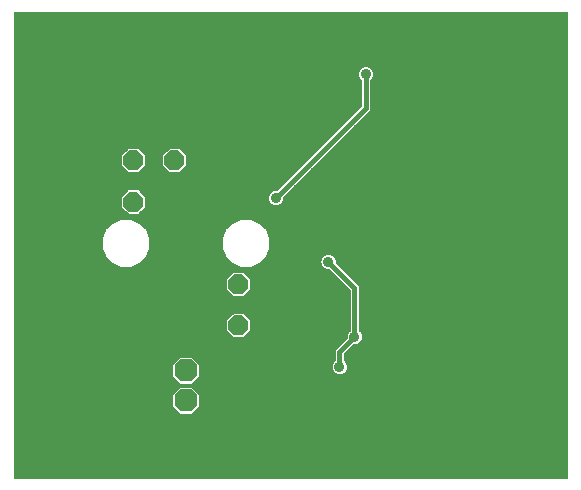
<source format=gbl>
G75*
%MOIN*%
%OFA0B0*%
%FSLAX25Y25*%
%IPPOS*%
%LPD*%
%AMOC8*
5,1,8,0,0,1.08239X$1,22.5*
%
%ADD10OC8,0.06600*%
%ADD11OC8,0.07600*%
%ADD12C,0.00300*%
%ADD13C,0.03565*%
%ADD14C,0.01600*%
D10*
X0126600Y0059833D03*
X0140350Y0059833D03*
X0140350Y0073583D03*
X0105350Y0101083D03*
X0105350Y0114833D03*
X0119100Y0114833D03*
D11*
X0122850Y0044833D03*
X0122850Y0034833D03*
X0122850Y0024833D03*
D12*
X0065750Y0008983D02*
X0065750Y0164384D01*
X0249871Y0164384D01*
X0249871Y0008983D01*
X0065750Y0008983D01*
X0065750Y0009124D02*
X0249871Y0009124D01*
X0249871Y0009423D02*
X0065750Y0009423D01*
X0065750Y0009721D02*
X0249871Y0009721D01*
X0249871Y0010020D02*
X0065750Y0010020D01*
X0065750Y0010318D02*
X0249871Y0010318D01*
X0249871Y0010617D02*
X0065750Y0010617D01*
X0065750Y0010915D02*
X0249871Y0010915D01*
X0249871Y0011214D02*
X0065750Y0011214D01*
X0065750Y0011512D02*
X0249871Y0011512D01*
X0249871Y0011811D02*
X0065750Y0011811D01*
X0065750Y0012109D02*
X0249871Y0012109D01*
X0249871Y0012408D02*
X0065750Y0012408D01*
X0065750Y0012706D02*
X0249871Y0012706D01*
X0249871Y0013005D02*
X0065750Y0013005D01*
X0065750Y0013303D02*
X0249871Y0013303D01*
X0249871Y0013602D02*
X0065750Y0013602D01*
X0065750Y0013900D02*
X0249871Y0013900D01*
X0249871Y0014199D02*
X0065750Y0014199D01*
X0065750Y0014497D02*
X0249871Y0014497D01*
X0249871Y0014796D02*
X0065750Y0014796D01*
X0065750Y0015094D02*
X0249871Y0015094D01*
X0249871Y0015393D02*
X0065750Y0015393D01*
X0065750Y0015692D02*
X0249871Y0015692D01*
X0249871Y0015990D02*
X0065750Y0015990D01*
X0065750Y0016289D02*
X0249871Y0016289D01*
X0249871Y0016587D02*
X0065750Y0016587D01*
X0065750Y0016886D02*
X0249871Y0016886D01*
X0249871Y0017184D02*
X0065750Y0017184D01*
X0065750Y0017483D02*
X0249871Y0017483D01*
X0249871Y0017781D02*
X0065750Y0017781D01*
X0065750Y0018080D02*
X0249871Y0018080D01*
X0249871Y0018378D02*
X0065750Y0018378D01*
X0065750Y0018677D02*
X0249871Y0018677D01*
X0249871Y0018975D02*
X0065750Y0018975D01*
X0065750Y0019274D02*
X0249871Y0019274D01*
X0249871Y0019572D02*
X0065750Y0019572D01*
X0065750Y0019871D02*
X0249871Y0019871D01*
X0249871Y0020169D02*
X0065750Y0020169D01*
X0065750Y0020468D02*
X0249871Y0020468D01*
X0249871Y0020766D02*
X0065750Y0020766D01*
X0065750Y0021065D02*
X0249871Y0021065D01*
X0249871Y0021363D02*
X0065750Y0021363D01*
X0065750Y0021662D02*
X0249871Y0021662D01*
X0249871Y0021960D02*
X0065750Y0021960D01*
X0065750Y0022259D02*
X0249871Y0022259D01*
X0249871Y0022557D02*
X0065750Y0022557D01*
X0065750Y0022856D02*
X0249871Y0022856D01*
X0249871Y0023154D02*
X0065750Y0023154D01*
X0065750Y0023453D02*
X0249871Y0023453D01*
X0249871Y0023751D02*
X0065750Y0023751D01*
X0065750Y0024050D02*
X0249871Y0024050D01*
X0249871Y0024348D02*
X0065750Y0024348D01*
X0065750Y0024647D02*
X0249871Y0024647D01*
X0249871Y0024945D02*
X0065750Y0024945D01*
X0065750Y0025244D02*
X0249871Y0025244D01*
X0249871Y0025542D02*
X0065750Y0025542D01*
X0065750Y0025841D02*
X0249871Y0025841D01*
X0249871Y0026139D02*
X0065750Y0026139D01*
X0065750Y0026438D02*
X0249871Y0026438D01*
X0249871Y0026736D02*
X0065750Y0026736D01*
X0065750Y0027035D02*
X0249871Y0027035D01*
X0249871Y0027333D02*
X0065750Y0027333D01*
X0065750Y0027632D02*
X0249871Y0027632D01*
X0249871Y0027930D02*
X0065750Y0027930D01*
X0065750Y0028229D02*
X0249871Y0028229D01*
X0249871Y0028527D02*
X0065750Y0028527D01*
X0065750Y0028826D02*
X0249871Y0028826D01*
X0249871Y0029125D02*
X0065750Y0029125D01*
X0065750Y0029423D02*
X0249871Y0029423D01*
X0249871Y0029722D02*
X0065750Y0029722D01*
X0065750Y0030020D02*
X0249871Y0030020D01*
X0249871Y0030319D02*
X0124770Y0030319D01*
X0124735Y0030283D02*
X0127400Y0032949D01*
X0127400Y0036718D01*
X0124735Y0039383D01*
X0120965Y0039383D01*
X0118300Y0036718D01*
X0118300Y0032949D01*
X0120965Y0030283D01*
X0124735Y0030283D01*
X0125069Y0030617D02*
X0249871Y0030617D01*
X0249871Y0030916D02*
X0125367Y0030916D01*
X0125666Y0031214D02*
X0249871Y0031214D01*
X0249871Y0031513D02*
X0125964Y0031513D01*
X0126263Y0031811D02*
X0249871Y0031811D01*
X0249871Y0032110D02*
X0126561Y0032110D01*
X0126860Y0032408D02*
X0249871Y0032408D01*
X0249871Y0032707D02*
X0127158Y0032707D01*
X0127400Y0033005D02*
X0249871Y0033005D01*
X0249871Y0033304D02*
X0127400Y0033304D01*
X0127400Y0033602D02*
X0249871Y0033602D01*
X0249871Y0033901D02*
X0127400Y0033901D01*
X0127400Y0034199D02*
X0249871Y0034199D01*
X0249871Y0034498D02*
X0127400Y0034498D01*
X0127400Y0034796D02*
X0249871Y0034796D01*
X0249871Y0035095D02*
X0127400Y0035095D01*
X0127400Y0035393D02*
X0249871Y0035393D01*
X0249871Y0035692D02*
X0127400Y0035692D01*
X0127400Y0035990D02*
X0249871Y0035990D01*
X0249871Y0036289D02*
X0127400Y0036289D01*
X0127400Y0036587D02*
X0249871Y0036587D01*
X0249871Y0036886D02*
X0127232Y0036886D01*
X0126934Y0037184D02*
X0249871Y0037184D01*
X0249871Y0037483D02*
X0126635Y0037483D01*
X0126336Y0037781D02*
X0249871Y0037781D01*
X0249871Y0038080D02*
X0126038Y0038080D01*
X0125739Y0038378D02*
X0249871Y0038378D01*
X0249871Y0038677D02*
X0125441Y0038677D01*
X0125142Y0038975D02*
X0249871Y0038975D01*
X0249871Y0039274D02*
X0124844Y0039274D01*
X0124735Y0040283D02*
X0127400Y0042949D01*
X0127400Y0046718D01*
X0124735Y0049383D01*
X0120965Y0049383D01*
X0118300Y0046718D01*
X0118300Y0042949D01*
X0120965Y0040283D01*
X0124735Y0040283D01*
X0124919Y0040468D02*
X0249871Y0040468D01*
X0249871Y0040766D02*
X0125218Y0040766D01*
X0125516Y0041065D02*
X0249871Y0041065D01*
X0249871Y0041363D02*
X0125815Y0041363D01*
X0126113Y0041662D02*
X0249871Y0041662D01*
X0249871Y0041961D02*
X0126412Y0041961D01*
X0126710Y0042259D02*
X0249871Y0042259D01*
X0249871Y0042558D02*
X0127009Y0042558D01*
X0127308Y0042856D02*
X0249871Y0042856D01*
X0249871Y0043155D02*
X0127400Y0043155D01*
X0127400Y0043453D02*
X0249871Y0043453D01*
X0249871Y0043752D02*
X0175089Y0043752D01*
X0175535Y0043936D02*
X0176247Y0044649D01*
X0176633Y0045579D01*
X0176633Y0046587D01*
X0176247Y0047518D01*
X0175650Y0048115D01*
X0175650Y0050441D01*
X0178759Y0053551D01*
X0179604Y0053551D01*
X0180535Y0053936D01*
X0181247Y0054649D01*
X0181633Y0055579D01*
X0181633Y0056587D01*
X0181247Y0057518D01*
X0180650Y0058115D01*
X0180650Y0072975D01*
X0179742Y0073883D01*
X0172883Y0080743D01*
X0172883Y0081587D01*
X0172497Y0082518D01*
X0171785Y0083230D01*
X0170854Y0083616D01*
X0169846Y0083616D01*
X0168915Y0083230D01*
X0168203Y0082518D01*
X0167817Y0081587D01*
X0167817Y0080579D01*
X0168203Y0079649D01*
X0168915Y0078936D01*
X0169846Y0078551D01*
X0170691Y0078551D01*
X0177550Y0071691D01*
X0177550Y0058115D01*
X0176953Y0057518D01*
X0176567Y0056587D01*
X0176567Y0055743D01*
X0172550Y0051725D01*
X0172550Y0048115D01*
X0171953Y0047518D01*
X0171567Y0046587D01*
X0171567Y0045579D01*
X0171953Y0044649D01*
X0172665Y0043936D01*
X0173596Y0043551D01*
X0174604Y0043551D01*
X0175535Y0043936D01*
X0175649Y0044050D02*
X0249871Y0044050D01*
X0249871Y0044349D02*
X0175947Y0044349D01*
X0176246Y0044647D02*
X0249871Y0044647D01*
X0249871Y0044946D02*
X0176370Y0044946D01*
X0176494Y0045244D02*
X0249871Y0045244D01*
X0249871Y0045543D02*
X0176617Y0045543D01*
X0176633Y0045841D02*
X0249871Y0045841D01*
X0249871Y0046140D02*
X0176633Y0046140D01*
X0176633Y0046438D02*
X0249871Y0046438D01*
X0249871Y0046737D02*
X0176571Y0046737D01*
X0176447Y0047035D02*
X0249871Y0047035D01*
X0249871Y0047334D02*
X0176323Y0047334D01*
X0176133Y0047632D02*
X0249871Y0047632D01*
X0249871Y0047931D02*
X0175834Y0047931D01*
X0175650Y0048229D02*
X0249871Y0048229D01*
X0249871Y0048528D02*
X0175650Y0048528D01*
X0175650Y0048826D02*
X0249871Y0048826D01*
X0249871Y0049125D02*
X0175650Y0049125D01*
X0175650Y0049423D02*
X0249871Y0049423D01*
X0249871Y0049722D02*
X0175650Y0049722D01*
X0175650Y0050020D02*
X0249871Y0050020D01*
X0249871Y0050319D02*
X0175650Y0050319D01*
X0175826Y0050617D02*
X0249871Y0050617D01*
X0249871Y0050916D02*
X0176125Y0050916D01*
X0176423Y0051214D02*
X0249871Y0051214D01*
X0249871Y0051513D02*
X0176722Y0051513D01*
X0177020Y0051811D02*
X0249871Y0051811D01*
X0249871Y0052110D02*
X0177319Y0052110D01*
X0177617Y0052408D02*
X0249871Y0052408D01*
X0249871Y0052707D02*
X0177916Y0052707D01*
X0178214Y0053005D02*
X0249871Y0053005D01*
X0249871Y0053304D02*
X0178513Y0053304D01*
X0179729Y0053602D02*
X0249871Y0053602D01*
X0249871Y0053901D02*
X0180450Y0053901D01*
X0180798Y0054199D02*
X0249871Y0054199D01*
X0249871Y0054498D02*
X0181097Y0054498D01*
X0181308Y0054796D02*
X0249871Y0054796D01*
X0249871Y0055095D02*
X0181432Y0055095D01*
X0181556Y0055394D02*
X0249871Y0055394D01*
X0249871Y0055692D02*
X0181633Y0055692D01*
X0181633Y0055991D02*
X0249871Y0055991D01*
X0249871Y0056289D02*
X0181633Y0056289D01*
X0181632Y0056588D02*
X0249871Y0056588D01*
X0249871Y0056886D02*
X0181509Y0056886D01*
X0181385Y0057185D02*
X0249871Y0057185D01*
X0249871Y0057483D02*
X0181261Y0057483D01*
X0180983Y0057782D02*
X0249871Y0057782D01*
X0249871Y0058080D02*
X0180685Y0058080D01*
X0180650Y0058379D02*
X0249871Y0058379D01*
X0249871Y0058677D02*
X0180650Y0058677D01*
X0180650Y0058976D02*
X0249871Y0058976D01*
X0249871Y0059274D02*
X0180650Y0059274D01*
X0180650Y0059573D02*
X0249871Y0059573D01*
X0249871Y0059871D02*
X0180650Y0059871D01*
X0180650Y0060170D02*
X0249871Y0060170D01*
X0249871Y0060468D02*
X0180650Y0060468D01*
X0180650Y0060767D02*
X0249871Y0060767D01*
X0249871Y0061065D02*
X0180650Y0061065D01*
X0180650Y0061364D02*
X0249871Y0061364D01*
X0249871Y0061662D02*
X0180650Y0061662D01*
X0180650Y0061961D02*
X0249871Y0061961D01*
X0249871Y0062259D02*
X0180650Y0062259D01*
X0180650Y0062558D02*
X0249871Y0062558D01*
X0249871Y0062856D02*
X0180650Y0062856D01*
X0180650Y0063155D02*
X0249871Y0063155D01*
X0249871Y0063453D02*
X0180650Y0063453D01*
X0180650Y0063752D02*
X0249871Y0063752D01*
X0249871Y0064050D02*
X0180650Y0064050D01*
X0180650Y0064349D02*
X0249871Y0064349D01*
X0249871Y0064647D02*
X0180650Y0064647D01*
X0180650Y0064946D02*
X0249871Y0064946D01*
X0249871Y0065244D02*
X0180650Y0065244D01*
X0180650Y0065543D02*
X0249871Y0065543D01*
X0249871Y0065841D02*
X0180650Y0065841D01*
X0180650Y0066140D02*
X0249871Y0066140D01*
X0249871Y0066438D02*
X0180650Y0066438D01*
X0180650Y0066737D02*
X0249871Y0066737D01*
X0249871Y0067035D02*
X0180650Y0067035D01*
X0180650Y0067334D02*
X0249871Y0067334D01*
X0249871Y0067632D02*
X0180650Y0067632D01*
X0180650Y0067931D02*
X0249871Y0067931D01*
X0249871Y0068230D02*
X0180650Y0068230D01*
X0180650Y0068528D02*
X0249871Y0068528D01*
X0249871Y0068827D02*
X0180650Y0068827D01*
X0180650Y0069125D02*
X0249871Y0069125D01*
X0249871Y0069424D02*
X0180650Y0069424D01*
X0180650Y0069722D02*
X0249871Y0069722D01*
X0249871Y0070021D02*
X0180650Y0070021D01*
X0180650Y0070319D02*
X0249871Y0070319D01*
X0249871Y0070618D02*
X0180650Y0070618D01*
X0180650Y0070916D02*
X0249871Y0070916D01*
X0249871Y0071215D02*
X0180650Y0071215D01*
X0180650Y0071513D02*
X0249871Y0071513D01*
X0249871Y0071812D02*
X0180650Y0071812D01*
X0180650Y0072110D02*
X0249871Y0072110D01*
X0249871Y0072409D02*
X0180650Y0072409D01*
X0180650Y0072707D02*
X0249871Y0072707D01*
X0249871Y0073006D02*
X0180620Y0073006D01*
X0180321Y0073304D02*
X0249871Y0073304D01*
X0249871Y0073603D02*
X0180023Y0073603D01*
X0179724Y0073901D02*
X0249871Y0073901D01*
X0249871Y0074200D02*
X0179425Y0074200D01*
X0179127Y0074498D02*
X0249871Y0074498D01*
X0249871Y0074797D02*
X0178828Y0074797D01*
X0178530Y0075095D02*
X0249871Y0075095D01*
X0249871Y0075394D02*
X0178231Y0075394D01*
X0177933Y0075692D02*
X0249871Y0075692D01*
X0249871Y0075991D02*
X0177634Y0075991D01*
X0177336Y0076289D02*
X0249871Y0076289D01*
X0249871Y0076588D02*
X0177037Y0076588D01*
X0176739Y0076886D02*
X0249871Y0076886D01*
X0249871Y0077185D02*
X0176440Y0077185D01*
X0176142Y0077483D02*
X0249871Y0077483D01*
X0249871Y0077782D02*
X0175843Y0077782D01*
X0175545Y0078080D02*
X0249871Y0078080D01*
X0249871Y0078379D02*
X0175246Y0078379D01*
X0174948Y0078677D02*
X0249871Y0078677D01*
X0249871Y0078976D02*
X0174649Y0078976D01*
X0174351Y0079274D02*
X0249871Y0079274D01*
X0249871Y0079573D02*
X0174052Y0079573D01*
X0173754Y0079871D02*
X0249871Y0079871D01*
X0249871Y0080170D02*
X0173455Y0080170D01*
X0173157Y0080468D02*
X0249871Y0080468D01*
X0249871Y0080767D02*
X0172883Y0080767D01*
X0172883Y0081065D02*
X0249871Y0081065D01*
X0249871Y0081364D02*
X0172883Y0081364D01*
X0172851Y0081663D02*
X0249871Y0081663D01*
X0249871Y0081961D02*
X0172728Y0081961D01*
X0172604Y0082260D02*
X0249871Y0082260D01*
X0249871Y0082558D02*
X0172457Y0082558D01*
X0172158Y0082857D02*
X0249871Y0082857D01*
X0249871Y0083155D02*
X0171860Y0083155D01*
X0171246Y0083454D02*
X0249871Y0083454D01*
X0249871Y0083752D02*
X0149971Y0083752D01*
X0149847Y0083454D02*
X0169454Y0083454D01*
X0168840Y0083155D02*
X0149724Y0083155D01*
X0149600Y0082857D02*
X0168542Y0082857D01*
X0168243Y0082558D02*
X0149317Y0082558D01*
X0149589Y0082830D02*
X0150799Y0085752D01*
X0150799Y0088914D01*
X0149589Y0091836D01*
X0147353Y0094072D01*
X0144431Y0095282D01*
X0141269Y0095282D01*
X0138347Y0094072D01*
X0136111Y0091836D01*
X0134901Y0088914D01*
X0134901Y0085752D01*
X0136111Y0082830D01*
X0138347Y0080594D01*
X0141269Y0079384D01*
X0144431Y0079384D01*
X0147353Y0080594D01*
X0149589Y0082830D01*
X0149018Y0082260D02*
X0168096Y0082260D01*
X0167972Y0081961D02*
X0148720Y0081961D01*
X0148421Y0081663D02*
X0167849Y0081663D01*
X0167817Y0081364D02*
X0148123Y0081364D01*
X0147824Y0081065D02*
X0167817Y0081065D01*
X0167817Y0080767D02*
X0147526Y0080767D01*
X0147049Y0080468D02*
X0167863Y0080468D01*
X0167987Y0080170D02*
X0146329Y0080170D01*
X0145608Y0079871D02*
X0168111Y0079871D01*
X0168279Y0079573D02*
X0144887Y0079573D01*
X0142177Y0077483D02*
X0171758Y0077483D01*
X0172056Y0077185D02*
X0142476Y0077185D01*
X0142774Y0076886D02*
X0172355Y0076886D01*
X0172653Y0076588D02*
X0143073Y0076588D01*
X0143371Y0076289D02*
X0172952Y0076289D01*
X0173250Y0075991D02*
X0143670Y0075991D01*
X0143968Y0075692D02*
X0173549Y0075692D01*
X0173847Y0075394D02*
X0144267Y0075394D01*
X0144400Y0075261D02*
X0142028Y0077633D01*
X0138672Y0077633D01*
X0136300Y0075261D01*
X0136300Y0071906D01*
X0138672Y0069533D01*
X0142028Y0069533D01*
X0144400Y0071906D01*
X0144400Y0075261D01*
X0144400Y0075095D02*
X0174146Y0075095D01*
X0174444Y0074797D02*
X0144400Y0074797D01*
X0144400Y0074498D02*
X0174743Y0074498D01*
X0175041Y0074200D02*
X0144400Y0074200D01*
X0144400Y0073901D02*
X0175340Y0073901D01*
X0175638Y0073603D02*
X0144400Y0073603D01*
X0144400Y0073304D02*
X0175937Y0073304D01*
X0176235Y0073006D02*
X0144400Y0073006D01*
X0144400Y0072707D02*
X0176534Y0072707D01*
X0176832Y0072409D02*
X0144400Y0072409D01*
X0144400Y0072110D02*
X0177131Y0072110D01*
X0177430Y0071812D02*
X0144306Y0071812D01*
X0144007Y0071513D02*
X0177550Y0071513D01*
X0177550Y0071215D02*
X0143709Y0071215D01*
X0143410Y0070916D02*
X0177550Y0070916D01*
X0177550Y0070618D02*
X0143112Y0070618D01*
X0142813Y0070319D02*
X0177550Y0070319D01*
X0177550Y0070021D02*
X0142515Y0070021D01*
X0142216Y0069722D02*
X0177550Y0069722D01*
X0177550Y0069424D02*
X0065750Y0069424D01*
X0065750Y0069722D02*
X0138484Y0069722D01*
X0138185Y0070021D02*
X0065750Y0070021D01*
X0065750Y0070319D02*
X0137887Y0070319D01*
X0137588Y0070618D02*
X0065750Y0070618D01*
X0065750Y0070916D02*
X0137290Y0070916D01*
X0136991Y0071215D02*
X0065750Y0071215D01*
X0065750Y0071513D02*
X0136692Y0071513D01*
X0136394Y0071812D02*
X0065750Y0071812D01*
X0065750Y0072110D02*
X0136300Y0072110D01*
X0136300Y0072409D02*
X0065750Y0072409D01*
X0065750Y0072707D02*
X0136300Y0072707D01*
X0136300Y0073006D02*
X0065750Y0073006D01*
X0065750Y0073304D02*
X0136300Y0073304D01*
X0136300Y0073603D02*
X0065750Y0073603D01*
X0065750Y0073901D02*
X0136300Y0073901D01*
X0136300Y0074200D02*
X0065750Y0074200D01*
X0065750Y0074498D02*
X0136300Y0074498D01*
X0136300Y0074797D02*
X0065750Y0074797D01*
X0065750Y0075095D02*
X0136300Y0075095D01*
X0136433Y0075394D02*
X0065750Y0075394D01*
X0065750Y0075692D02*
X0136732Y0075692D01*
X0137030Y0075991D02*
X0065750Y0075991D01*
X0065750Y0076289D02*
X0137329Y0076289D01*
X0137627Y0076588D02*
X0065750Y0076588D01*
X0065750Y0076886D02*
X0137926Y0076886D01*
X0138224Y0077185D02*
X0065750Y0077185D01*
X0065750Y0077483D02*
X0138523Y0077483D01*
X0139371Y0080170D02*
X0106329Y0080170D01*
X0107049Y0080468D02*
X0138651Y0080468D01*
X0138174Y0080767D02*
X0107526Y0080767D01*
X0107353Y0080594D02*
X0109589Y0082830D01*
X0110799Y0085752D01*
X0110799Y0088914D01*
X0109589Y0091836D01*
X0107353Y0094072D01*
X0104431Y0095282D01*
X0101269Y0095282D01*
X0098347Y0094072D01*
X0096111Y0091836D01*
X0094901Y0088914D01*
X0094901Y0085752D01*
X0096111Y0082830D01*
X0098347Y0080594D01*
X0101269Y0079384D01*
X0104431Y0079384D01*
X0107353Y0080594D01*
X0107824Y0081065D02*
X0137876Y0081065D01*
X0137577Y0081364D02*
X0108123Y0081364D01*
X0108421Y0081663D02*
X0137279Y0081663D01*
X0136980Y0081961D02*
X0108720Y0081961D01*
X0109018Y0082260D02*
X0136682Y0082260D01*
X0136383Y0082558D02*
X0109317Y0082558D01*
X0109600Y0082857D02*
X0136100Y0082857D01*
X0135976Y0083155D02*
X0109724Y0083155D01*
X0109847Y0083454D02*
X0135853Y0083454D01*
X0135729Y0083752D02*
X0109971Y0083752D01*
X0110094Y0084051D02*
X0135606Y0084051D01*
X0135482Y0084349D02*
X0110218Y0084349D01*
X0110342Y0084648D02*
X0135358Y0084648D01*
X0135235Y0084946D02*
X0110465Y0084946D01*
X0110589Y0085245D02*
X0135111Y0085245D01*
X0134987Y0085543D02*
X0110713Y0085543D01*
X0110799Y0085842D02*
X0134901Y0085842D01*
X0134901Y0086140D02*
X0110799Y0086140D01*
X0110799Y0086439D02*
X0134901Y0086439D01*
X0134901Y0086737D02*
X0110799Y0086737D01*
X0110799Y0087036D02*
X0134901Y0087036D01*
X0134901Y0087334D02*
X0110799Y0087334D01*
X0110799Y0087633D02*
X0134901Y0087633D01*
X0134901Y0087931D02*
X0110799Y0087931D01*
X0110799Y0088230D02*
X0134901Y0088230D01*
X0134901Y0088528D02*
X0110799Y0088528D01*
X0110799Y0088827D02*
X0134901Y0088827D01*
X0134988Y0089125D02*
X0110712Y0089125D01*
X0110588Y0089424D02*
X0135112Y0089424D01*
X0135235Y0089722D02*
X0110465Y0089722D01*
X0110341Y0090021D02*
X0135359Y0090021D01*
X0135483Y0090319D02*
X0110217Y0090319D01*
X0110094Y0090618D02*
X0135606Y0090618D01*
X0135730Y0090916D02*
X0109970Y0090916D01*
X0109846Y0091215D02*
X0135854Y0091215D01*
X0135977Y0091513D02*
X0109723Y0091513D01*
X0109599Y0091812D02*
X0136101Y0091812D01*
X0136385Y0092110D02*
X0109315Y0092110D01*
X0109016Y0092409D02*
X0136684Y0092409D01*
X0136982Y0092707D02*
X0108718Y0092707D01*
X0108419Y0093006D02*
X0137281Y0093006D01*
X0137579Y0093304D02*
X0108121Y0093304D01*
X0107822Y0093603D02*
X0137878Y0093603D01*
X0138176Y0093901D02*
X0107524Y0093901D01*
X0107044Y0094200D02*
X0138656Y0094200D01*
X0139376Y0094498D02*
X0106324Y0094498D01*
X0105603Y0094797D02*
X0140097Y0094797D01*
X0140818Y0095096D02*
X0104882Y0095096D01*
X0103672Y0097033D02*
X0107028Y0097033D01*
X0109400Y0099406D01*
X0109400Y0102761D01*
X0107028Y0105133D01*
X0103672Y0105133D01*
X0101300Y0102761D01*
X0101300Y0099406D01*
X0103672Y0097033D01*
X0103521Y0097185D02*
X0065750Y0097185D01*
X0065750Y0096887D02*
X0249871Y0096887D01*
X0249871Y0097185D02*
X0107179Y0097185D01*
X0107478Y0097484D02*
X0249871Y0097484D01*
X0249871Y0097782D02*
X0107776Y0097782D01*
X0108075Y0098081D02*
X0249871Y0098081D01*
X0249871Y0098379D02*
X0108374Y0098379D01*
X0108672Y0098678D02*
X0249871Y0098678D01*
X0249871Y0098976D02*
X0108971Y0098976D01*
X0109269Y0099275D02*
X0249871Y0099275D01*
X0249871Y0099573D02*
X0109400Y0099573D01*
X0109400Y0099872D02*
X0152174Y0099872D01*
X0152346Y0099801D02*
X0153354Y0099801D01*
X0154285Y0100186D01*
X0154997Y0100899D01*
X0155383Y0101829D01*
X0155383Y0102674D01*
X0183492Y0130783D01*
X0184400Y0131691D01*
X0184400Y0141551D01*
X0184997Y0142149D01*
X0185383Y0143079D01*
X0185383Y0144087D01*
X0184997Y0145018D01*
X0184285Y0145730D01*
X0183354Y0146116D01*
X0182346Y0146116D01*
X0181415Y0145730D01*
X0180703Y0145018D01*
X0180317Y0144087D01*
X0180317Y0143079D01*
X0180703Y0142149D01*
X0181300Y0141551D01*
X0181300Y0132975D01*
X0153191Y0104866D01*
X0152346Y0104866D01*
X0151415Y0104480D01*
X0150703Y0103768D01*
X0150317Y0102837D01*
X0150317Y0101829D01*
X0150703Y0100899D01*
X0151415Y0100186D01*
X0152346Y0099801D01*
X0151454Y0100170D02*
X0109400Y0100170D01*
X0109400Y0100469D02*
X0151133Y0100469D01*
X0150834Y0100767D02*
X0109400Y0100767D01*
X0109400Y0101066D02*
X0150634Y0101066D01*
X0150510Y0101364D02*
X0109400Y0101364D01*
X0109400Y0101663D02*
X0150386Y0101663D01*
X0150317Y0101961D02*
X0109400Y0101961D01*
X0109400Y0102260D02*
X0150317Y0102260D01*
X0150317Y0102558D02*
X0109400Y0102558D01*
X0109304Y0102857D02*
X0150326Y0102857D01*
X0150449Y0103155D02*
X0109005Y0103155D01*
X0108707Y0103454D02*
X0150573Y0103454D01*
X0150696Y0103752D02*
X0108408Y0103752D01*
X0108110Y0104051D02*
X0150986Y0104051D01*
X0151284Y0104349D02*
X0107811Y0104349D01*
X0107513Y0104648D02*
X0151820Y0104648D01*
X0153271Y0104946D02*
X0107214Y0104946D01*
X0103486Y0104946D02*
X0065750Y0104946D01*
X0065750Y0104648D02*
X0103187Y0104648D01*
X0102889Y0104349D02*
X0065750Y0104349D01*
X0065750Y0104051D02*
X0102590Y0104051D01*
X0102292Y0103752D02*
X0065750Y0103752D01*
X0065750Y0103454D02*
X0101993Y0103454D01*
X0101695Y0103155D02*
X0065750Y0103155D01*
X0065750Y0102857D02*
X0101396Y0102857D01*
X0101300Y0102558D02*
X0065750Y0102558D01*
X0065750Y0102260D02*
X0101300Y0102260D01*
X0101300Y0101961D02*
X0065750Y0101961D01*
X0065750Y0101663D02*
X0101300Y0101663D01*
X0101300Y0101364D02*
X0065750Y0101364D01*
X0065750Y0101066D02*
X0101300Y0101066D01*
X0101300Y0100767D02*
X0065750Y0100767D01*
X0065750Y0100469D02*
X0101300Y0100469D01*
X0101300Y0100170D02*
X0065750Y0100170D01*
X0065750Y0099872D02*
X0101300Y0099872D01*
X0101300Y0099573D02*
X0065750Y0099573D01*
X0065750Y0099275D02*
X0101431Y0099275D01*
X0101729Y0098976D02*
X0065750Y0098976D01*
X0065750Y0098678D02*
X0102028Y0098678D01*
X0102326Y0098379D02*
X0065750Y0098379D01*
X0065750Y0098081D02*
X0102625Y0098081D01*
X0102923Y0097782D02*
X0065750Y0097782D01*
X0065750Y0097484D02*
X0103222Y0097484D01*
X0100818Y0095096D02*
X0065750Y0095096D01*
X0065750Y0095394D02*
X0249871Y0095394D01*
X0249871Y0095096D02*
X0144882Y0095096D01*
X0145603Y0094797D02*
X0249871Y0094797D01*
X0249871Y0094498D02*
X0146324Y0094498D01*
X0147044Y0094200D02*
X0249871Y0094200D01*
X0249871Y0093901D02*
X0147524Y0093901D01*
X0147822Y0093603D02*
X0249871Y0093603D01*
X0249871Y0093304D02*
X0148121Y0093304D01*
X0148419Y0093006D02*
X0249871Y0093006D01*
X0249871Y0092707D02*
X0148718Y0092707D01*
X0149016Y0092409D02*
X0249871Y0092409D01*
X0249871Y0092110D02*
X0149315Y0092110D01*
X0149599Y0091812D02*
X0249871Y0091812D01*
X0249871Y0091513D02*
X0149723Y0091513D01*
X0149846Y0091215D02*
X0249871Y0091215D01*
X0249871Y0090916D02*
X0149970Y0090916D01*
X0150094Y0090618D02*
X0249871Y0090618D01*
X0249871Y0090319D02*
X0150217Y0090319D01*
X0150341Y0090021D02*
X0249871Y0090021D01*
X0249871Y0089722D02*
X0150465Y0089722D01*
X0150588Y0089424D02*
X0249871Y0089424D01*
X0249871Y0089125D02*
X0150712Y0089125D01*
X0150799Y0088827D02*
X0249871Y0088827D01*
X0249871Y0088528D02*
X0150799Y0088528D01*
X0150799Y0088230D02*
X0249871Y0088230D01*
X0249871Y0087931D02*
X0150799Y0087931D01*
X0150799Y0087633D02*
X0249871Y0087633D01*
X0249871Y0087334D02*
X0150799Y0087334D01*
X0150799Y0087036D02*
X0249871Y0087036D01*
X0249871Y0086737D02*
X0150799Y0086737D01*
X0150799Y0086439D02*
X0249871Y0086439D01*
X0249871Y0086140D02*
X0150799Y0086140D01*
X0150799Y0085842D02*
X0249871Y0085842D01*
X0249871Y0085543D02*
X0150713Y0085543D01*
X0150589Y0085245D02*
X0249871Y0085245D01*
X0249871Y0084946D02*
X0150465Y0084946D01*
X0150342Y0084648D02*
X0249871Y0084648D01*
X0249871Y0084349D02*
X0150218Y0084349D01*
X0150094Y0084051D02*
X0249871Y0084051D01*
X0249871Y0095693D02*
X0065750Y0095693D01*
X0065750Y0095991D02*
X0249871Y0095991D01*
X0249871Y0096290D02*
X0065750Y0096290D01*
X0065750Y0096588D02*
X0249871Y0096588D01*
X0249871Y0099872D02*
X0153526Y0099872D01*
X0154246Y0100170D02*
X0249871Y0100170D01*
X0249871Y0100469D02*
X0154567Y0100469D01*
X0154866Y0100767D02*
X0249871Y0100767D01*
X0249871Y0101066D02*
X0155066Y0101066D01*
X0155190Y0101364D02*
X0249871Y0101364D01*
X0249871Y0101663D02*
X0155314Y0101663D01*
X0155383Y0101961D02*
X0249871Y0101961D01*
X0249871Y0102260D02*
X0155383Y0102260D01*
X0155383Y0102558D02*
X0249871Y0102558D01*
X0249871Y0102857D02*
X0155566Y0102857D01*
X0155864Y0103155D02*
X0249871Y0103155D01*
X0249871Y0103454D02*
X0156163Y0103454D01*
X0156461Y0103752D02*
X0249871Y0103752D01*
X0249871Y0104051D02*
X0156760Y0104051D01*
X0157058Y0104349D02*
X0249871Y0104349D01*
X0249871Y0104648D02*
X0157357Y0104648D01*
X0157655Y0104946D02*
X0249871Y0104946D01*
X0249871Y0105245D02*
X0157954Y0105245D01*
X0158252Y0105543D02*
X0249871Y0105543D01*
X0249871Y0105842D02*
X0158551Y0105842D01*
X0158849Y0106140D02*
X0249871Y0106140D01*
X0249871Y0106439D02*
X0159148Y0106439D01*
X0159446Y0106737D02*
X0249871Y0106737D01*
X0249871Y0107036D02*
X0159745Y0107036D01*
X0160043Y0107334D02*
X0249871Y0107334D01*
X0249871Y0107633D02*
X0160342Y0107633D01*
X0160640Y0107932D02*
X0249871Y0107932D01*
X0249871Y0108230D02*
X0160939Y0108230D01*
X0161237Y0108529D02*
X0249871Y0108529D01*
X0249871Y0108827D02*
X0161536Y0108827D01*
X0161834Y0109126D02*
X0249871Y0109126D01*
X0249871Y0109424D02*
X0162133Y0109424D01*
X0162431Y0109723D02*
X0249871Y0109723D01*
X0249871Y0110021D02*
X0162730Y0110021D01*
X0163028Y0110320D02*
X0249871Y0110320D01*
X0249871Y0110618D02*
X0163327Y0110618D01*
X0163625Y0110917D02*
X0249871Y0110917D01*
X0249871Y0111215D02*
X0163924Y0111215D01*
X0164222Y0111514D02*
X0249871Y0111514D01*
X0249871Y0111812D02*
X0164521Y0111812D01*
X0164820Y0112111D02*
X0249871Y0112111D01*
X0249871Y0112409D02*
X0165118Y0112409D01*
X0165417Y0112708D02*
X0249871Y0112708D01*
X0249871Y0113006D02*
X0165715Y0113006D01*
X0166014Y0113305D02*
X0249871Y0113305D01*
X0249871Y0113603D02*
X0166312Y0113603D01*
X0166611Y0113902D02*
X0249871Y0113902D01*
X0249871Y0114200D02*
X0166909Y0114200D01*
X0167208Y0114499D02*
X0249871Y0114499D01*
X0249871Y0114797D02*
X0167506Y0114797D01*
X0167805Y0115096D02*
X0249871Y0115096D01*
X0249871Y0115394D02*
X0168103Y0115394D01*
X0168402Y0115693D02*
X0249871Y0115693D01*
X0249871Y0115991D02*
X0168700Y0115991D01*
X0168999Y0116290D02*
X0249871Y0116290D01*
X0249871Y0116588D02*
X0169297Y0116588D01*
X0169596Y0116887D02*
X0249871Y0116887D01*
X0249871Y0117185D02*
X0169894Y0117185D01*
X0170193Y0117484D02*
X0249871Y0117484D01*
X0249871Y0117782D02*
X0170491Y0117782D01*
X0170790Y0118081D02*
X0249871Y0118081D01*
X0249871Y0118379D02*
X0171088Y0118379D01*
X0171387Y0118678D02*
X0249871Y0118678D01*
X0249871Y0118976D02*
X0171685Y0118976D01*
X0171984Y0119275D02*
X0249871Y0119275D01*
X0249871Y0119573D02*
X0172282Y0119573D01*
X0172581Y0119872D02*
X0249871Y0119872D01*
X0249871Y0120170D02*
X0172879Y0120170D01*
X0173178Y0120469D02*
X0249871Y0120469D01*
X0249871Y0120767D02*
X0173476Y0120767D01*
X0173775Y0121066D02*
X0249871Y0121066D01*
X0249871Y0121365D02*
X0174073Y0121365D01*
X0174372Y0121663D02*
X0249871Y0121663D01*
X0249871Y0121962D02*
X0174670Y0121962D01*
X0174969Y0122260D02*
X0249871Y0122260D01*
X0249871Y0122559D02*
X0175267Y0122559D01*
X0175566Y0122857D02*
X0249871Y0122857D01*
X0249871Y0123156D02*
X0175864Y0123156D01*
X0176163Y0123454D02*
X0249871Y0123454D01*
X0249871Y0123753D02*
X0176461Y0123753D01*
X0176760Y0124051D02*
X0249871Y0124051D01*
X0249871Y0124350D02*
X0177058Y0124350D01*
X0177357Y0124648D02*
X0249871Y0124648D01*
X0249871Y0124947D02*
X0177655Y0124947D01*
X0177954Y0125245D02*
X0249871Y0125245D01*
X0249871Y0125544D02*
X0178253Y0125544D01*
X0178551Y0125842D02*
X0249871Y0125842D01*
X0249871Y0126141D02*
X0178850Y0126141D01*
X0179148Y0126439D02*
X0249871Y0126439D01*
X0249871Y0126738D02*
X0179447Y0126738D01*
X0179745Y0127036D02*
X0249871Y0127036D01*
X0249871Y0127335D02*
X0180044Y0127335D01*
X0180342Y0127633D02*
X0249871Y0127633D01*
X0249871Y0127932D02*
X0180641Y0127932D01*
X0180939Y0128230D02*
X0249871Y0128230D01*
X0249871Y0128529D02*
X0181238Y0128529D01*
X0181536Y0128827D02*
X0249871Y0128827D01*
X0249871Y0129126D02*
X0181835Y0129126D01*
X0182133Y0129424D02*
X0249871Y0129424D01*
X0249871Y0129723D02*
X0182432Y0129723D01*
X0182730Y0130021D02*
X0249871Y0130021D01*
X0249871Y0130320D02*
X0183029Y0130320D01*
X0183327Y0130618D02*
X0249871Y0130618D01*
X0249871Y0130917D02*
X0183626Y0130917D01*
X0183924Y0131215D02*
X0249871Y0131215D01*
X0249871Y0131514D02*
X0184223Y0131514D01*
X0184400Y0131812D02*
X0249871Y0131812D01*
X0249871Y0132111D02*
X0184400Y0132111D01*
X0184400Y0132409D02*
X0249871Y0132409D01*
X0249871Y0132708D02*
X0184400Y0132708D01*
X0184400Y0133006D02*
X0249871Y0133006D01*
X0249871Y0133305D02*
X0184400Y0133305D01*
X0184400Y0133603D02*
X0249871Y0133603D01*
X0249871Y0133902D02*
X0184400Y0133902D01*
X0184400Y0134201D02*
X0249871Y0134201D01*
X0249871Y0134499D02*
X0184400Y0134499D01*
X0184400Y0134798D02*
X0249871Y0134798D01*
X0249871Y0135096D02*
X0184400Y0135096D01*
X0184400Y0135395D02*
X0249871Y0135395D01*
X0249871Y0135693D02*
X0184400Y0135693D01*
X0184400Y0135992D02*
X0249871Y0135992D01*
X0249871Y0136290D02*
X0184400Y0136290D01*
X0184400Y0136589D02*
X0249871Y0136589D01*
X0249871Y0136887D02*
X0184400Y0136887D01*
X0184400Y0137186D02*
X0249871Y0137186D01*
X0249871Y0137484D02*
X0184400Y0137484D01*
X0184400Y0137783D02*
X0249871Y0137783D01*
X0249871Y0138081D02*
X0184400Y0138081D01*
X0184400Y0138380D02*
X0249871Y0138380D01*
X0249871Y0138678D02*
X0184400Y0138678D01*
X0184400Y0138977D02*
X0249871Y0138977D01*
X0249871Y0139275D02*
X0184400Y0139275D01*
X0184400Y0139574D02*
X0249871Y0139574D01*
X0249871Y0139872D02*
X0184400Y0139872D01*
X0184400Y0140171D02*
X0249871Y0140171D01*
X0249871Y0140469D02*
X0184400Y0140469D01*
X0184400Y0140768D02*
X0249871Y0140768D01*
X0249871Y0141066D02*
X0184400Y0141066D01*
X0184400Y0141365D02*
X0249871Y0141365D01*
X0249871Y0141663D02*
X0184512Y0141663D01*
X0184810Y0141962D02*
X0249871Y0141962D01*
X0249871Y0142260D02*
X0185043Y0142260D01*
X0185167Y0142559D02*
X0249871Y0142559D01*
X0249871Y0142857D02*
X0185291Y0142857D01*
X0185383Y0143156D02*
X0249871Y0143156D01*
X0249871Y0143454D02*
X0185383Y0143454D01*
X0185383Y0143753D02*
X0249871Y0143753D01*
X0249871Y0144051D02*
X0185383Y0144051D01*
X0185274Y0144350D02*
X0249871Y0144350D01*
X0249871Y0144648D02*
X0185150Y0144648D01*
X0185026Y0144947D02*
X0249871Y0144947D01*
X0249871Y0145245D02*
X0184769Y0145245D01*
X0184471Y0145544D02*
X0249871Y0145544D01*
X0249871Y0145842D02*
X0184014Y0145842D01*
X0181686Y0145842D02*
X0065750Y0145842D01*
X0065750Y0145544D02*
X0181229Y0145544D01*
X0180930Y0145245D02*
X0065750Y0145245D01*
X0065750Y0144947D02*
X0180674Y0144947D01*
X0180550Y0144648D02*
X0065750Y0144648D01*
X0065750Y0144350D02*
X0180426Y0144350D01*
X0180317Y0144051D02*
X0065750Y0144051D01*
X0065750Y0143753D02*
X0180317Y0143753D01*
X0180317Y0143454D02*
X0065750Y0143454D01*
X0065750Y0143156D02*
X0180317Y0143156D01*
X0180409Y0142857D02*
X0065750Y0142857D01*
X0065750Y0142559D02*
X0180533Y0142559D01*
X0180657Y0142260D02*
X0065750Y0142260D01*
X0065750Y0141962D02*
X0180890Y0141962D01*
X0181188Y0141663D02*
X0065750Y0141663D01*
X0065750Y0141365D02*
X0181300Y0141365D01*
X0181300Y0141066D02*
X0065750Y0141066D01*
X0065750Y0140768D02*
X0181300Y0140768D01*
X0181300Y0140469D02*
X0065750Y0140469D01*
X0065750Y0140171D02*
X0181300Y0140171D01*
X0181300Y0139872D02*
X0065750Y0139872D01*
X0065750Y0139574D02*
X0181300Y0139574D01*
X0181300Y0139275D02*
X0065750Y0139275D01*
X0065750Y0138977D02*
X0181300Y0138977D01*
X0181300Y0138678D02*
X0065750Y0138678D01*
X0065750Y0138380D02*
X0181300Y0138380D01*
X0181300Y0138081D02*
X0065750Y0138081D01*
X0065750Y0137783D02*
X0181300Y0137783D01*
X0181300Y0137484D02*
X0065750Y0137484D01*
X0065750Y0137186D02*
X0181300Y0137186D01*
X0181300Y0136887D02*
X0065750Y0136887D01*
X0065750Y0136589D02*
X0181300Y0136589D01*
X0181300Y0136290D02*
X0065750Y0136290D01*
X0065750Y0135992D02*
X0181300Y0135992D01*
X0181300Y0135693D02*
X0065750Y0135693D01*
X0065750Y0135395D02*
X0181300Y0135395D01*
X0181300Y0135096D02*
X0065750Y0135096D01*
X0065750Y0134798D02*
X0181300Y0134798D01*
X0181300Y0134499D02*
X0065750Y0134499D01*
X0065750Y0134201D02*
X0181300Y0134201D01*
X0181300Y0133902D02*
X0065750Y0133902D01*
X0065750Y0133603D02*
X0181300Y0133603D01*
X0181300Y0133305D02*
X0065750Y0133305D01*
X0065750Y0133006D02*
X0181300Y0133006D01*
X0181033Y0132708D02*
X0065750Y0132708D01*
X0065750Y0132409D02*
X0180734Y0132409D01*
X0180436Y0132111D02*
X0065750Y0132111D01*
X0065750Y0131812D02*
X0180137Y0131812D01*
X0179839Y0131514D02*
X0065750Y0131514D01*
X0065750Y0131215D02*
X0179540Y0131215D01*
X0179242Y0130917D02*
X0065750Y0130917D01*
X0065750Y0130618D02*
X0178943Y0130618D01*
X0178645Y0130320D02*
X0065750Y0130320D01*
X0065750Y0130021D02*
X0178346Y0130021D01*
X0178048Y0129723D02*
X0065750Y0129723D01*
X0065750Y0129424D02*
X0177749Y0129424D01*
X0177451Y0129126D02*
X0065750Y0129126D01*
X0065750Y0128827D02*
X0177152Y0128827D01*
X0176854Y0128529D02*
X0065750Y0128529D01*
X0065750Y0128230D02*
X0176555Y0128230D01*
X0176257Y0127932D02*
X0065750Y0127932D01*
X0065750Y0127633D02*
X0175958Y0127633D01*
X0175660Y0127335D02*
X0065750Y0127335D01*
X0065750Y0127036D02*
X0175361Y0127036D01*
X0175062Y0126738D02*
X0065750Y0126738D01*
X0065750Y0126439D02*
X0174764Y0126439D01*
X0174465Y0126141D02*
X0065750Y0126141D01*
X0065750Y0125842D02*
X0174167Y0125842D01*
X0173868Y0125544D02*
X0065750Y0125544D01*
X0065750Y0125245D02*
X0173570Y0125245D01*
X0173271Y0124947D02*
X0065750Y0124947D01*
X0065750Y0124648D02*
X0172973Y0124648D01*
X0172674Y0124350D02*
X0065750Y0124350D01*
X0065750Y0124051D02*
X0172376Y0124051D01*
X0172077Y0123753D02*
X0065750Y0123753D01*
X0065750Y0123454D02*
X0171779Y0123454D01*
X0171480Y0123156D02*
X0065750Y0123156D01*
X0065750Y0122857D02*
X0171182Y0122857D01*
X0170883Y0122559D02*
X0065750Y0122559D01*
X0065750Y0122260D02*
X0170585Y0122260D01*
X0170286Y0121962D02*
X0065750Y0121962D01*
X0065750Y0121663D02*
X0169988Y0121663D01*
X0169689Y0121365D02*
X0065750Y0121365D01*
X0065750Y0121066D02*
X0169391Y0121066D01*
X0169092Y0120767D02*
X0065750Y0120767D01*
X0065750Y0120469D02*
X0168794Y0120469D01*
X0168495Y0120170D02*
X0065750Y0120170D01*
X0065750Y0119872D02*
X0168197Y0119872D01*
X0167898Y0119573D02*
X0065750Y0119573D01*
X0065750Y0119275D02*
X0167600Y0119275D01*
X0167301Y0118976D02*
X0065750Y0118976D01*
X0065750Y0118678D02*
X0103467Y0118678D01*
X0103672Y0118883D02*
X0101300Y0116511D01*
X0101300Y0113156D01*
X0103672Y0110783D01*
X0107028Y0110783D01*
X0109400Y0113156D01*
X0109400Y0116511D01*
X0107028Y0118883D01*
X0103672Y0118883D01*
X0103169Y0118379D02*
X0065750Y0118379D01*
X0065750Y0118081D02*
X0102870Y0118081D01*
X0102572Y0117782D02*
X0065750Y0117782D01*
X0065750Y0117484D02*
X0102273Y0117484D01*
X0101975Y0117185D02*
X0065750Y0117185D01*
X0065750Y0116887D02*
X0101676Y0116887D01*
X0101378Y0116588D02*
X0065750Y0116588D01*
X0065750Y0116290D02*
X0101300Y0116290D01*
X0101300Y0115991D02*
X0065750Y0115991D01*
X0065750Y0115693D02*
X0101300Y0115693D01*
X0101300Y0115394D02*
X0065750Y0115394D01*
X0065750Y0115096D02*
X0101300Y0115096D01*
X0101300Y0114797D02*
X0065750Y0114797D01*
X0065750Y0114499D02*
X0101300Y0114499D01*
X0101300Y0114200D02*
X0065750Y0114200D01*
X0065750Y0113902D02*
X0101300Y0113902D01*
X0101300Y0113603D02*
X0065750Y0113603D01*
X0065750Y0113305D02*
X0101300Y0113305D01*
X0101449Y0113006D02*
X0065750Y0113006D01*
X0065750Y0112708D02*
X0101748Y0112708D01*
X0102046Y0112409D02*
X0065750Y0112409D01*
X0065750Y0112111D02*
X0102345Y0112111D01*
X0102643Y0111812D02*
X0065750Y0111812D01*
X0065750Y0111514D02*
X0102942Y0111514D01*
X0103240Y0111215D02*
X0065750Y0111215D01*
X0065750Y0110917D02*
X0103539Y0110917D01*
X0107161Y0110917D02*
X0117289Y0110917D01*
X0117422Y0110783D02*
X0120778Y0110783D01*
X0123150Y0113156D01*
X0123150Y0116511D01*
X0120778Y0118883D01*
X0117422Y0118883D01*
X0115050Y0116511D01*
X0115050Y0113156D01*
X0117422Y0110783D01*
X0116990Y0111215D02*
X0107459Y0111215D01*
X0107758Y0111514D02*
X0116692Y0111514D01*
X0116393Y0111812D02*
X0108057Y0111812D01*
X0108355Y0112111D02*
X0116095Y0112111D01*
X0115796Y0112409D02*
X0108654Y0112409D01*
X0108952Y0112708D02*
X0115498Y0112708D01*
X0115199Y0113006D02*
X0109251Y0113006D01*
X0109400Y0113305D02*
X0115050Y0113305D01*
X0115050Y0113603D02*
X0109400Y0113603D01*
X0109400Y0113902D02*
X0115050Y0113902D01*
X0115050Y0114200D02*
X0109400Y0114200D01*
X0109400Y0114499D02*
X0115050Y0114499D01*
X0115050Y0114797D02*
X0109400Y0114797D01*
X0109400Y0115096D02*
X0115050Y0115096D01*
X0115050Y0115394D02*
X0109400Y0115394D01*
X0109400Y0115693D02*
X0115050Y0115693D01*
X0115050Y0115991D02*
X0109400Y0115991D01*
X0109400Y0116290D02*
X0115050Y0116290D01*
X0115128Y0116588D02*
X0109322Y0116588D01*
X0109024Y0116887D02*
X0115426Y0116887D01*
X0115725Y0117185D02*
X0108725Y0117185D01*
X0108427Y0117484D02*
X0116023Y0117484D01*
X0116322Y0117782D02*
X0108128Y0117782D01*
X0107830Y0118081D02*
X0116620Y0118081D01*
X0116919Y0118379D02*
X0107531Y0118379D01*
X0107233Y0118678D02*
X0117217Y0118678D01*
X0120983Y0118678D02*
X0167003Y0118678D01*
X0166704Y0118379D02*
X0121281Y0118379D01*
X0121580Y0118081D02*
X0166406Y0118081D01*
X0166107Y0117782D02*
X0121878Y0117782D01*
X0122177Y0117484D02*
X0165809Y0117484D01*
X0165510Y0117185D02*
X0122475Y0117185D01*
X0122774Y0116887D02*
X0165212Y0116887D01*
X0164913Y0116588D02*
X0123072Y0116588D01*
X0123150Y0116290D02*
X0164615Y0116290D01*
X0164316Y0115991D02*
X0123150Y0115991D01*
X0123150Y0115693D02*
X0164018Y0115693D01*
X0163719Y0115394D02*
X0123150Y0115394D01*
X0123150Y0115096D02*
X0163421Y0115096D01*
X0163122Y0114797D02*
X0123150Y0114797D01*
X0123150Y0114499D02*
X0162824Y0114499D01*
X0162525Y0114200D02*
X0123150Y0114200D01*
X0123150Y0113902D02*
X0162227Y0113902D01*
X0161928Y0113603D02*
X0123150Y0113603D01*
X0123150Y0113305D02*
X0161629Y0113305D01*
X0161331Y0113006D02*
X0123001Y0113006D01*
X0122702Y0112708D02*
X0161032Y0112708D01*
X0160734Y0112409D02*
X0122404Y0112409D01*
X0122105Y0112111D02*
X0160435Y0112111D01*
X0160137Y0111812D02*
X0121807Y0111812D01*
X0121508Y0111514D02*
X0159838Y0111514D01*
X0159540Y0111215D02*
X0121209Y0111215D01*
X0120911Y0110917D02*
X0159241Y0110917D01*
X0158943Y0110618D02*
X0065750Y0110618D01*
X0065750Y0110320D02*
X0158644Y0110320D01*
X0158346Y0110021D02*
X0065750Y0110021D01*
X0065750Y0109723D02*
X0158047Y0109723D01*
X0157749Y0109424D02*
X0065750Y0109424D01*
X0065750Y0109126D02*
X0157450Y0109126D01*
X0157152Y0108827D02*
X0065750Y0108827D01*
X0065750Y0108529D02*
X0156853Y0108529D01*
X0156555Y0108230D02*
X0065750Y0108230D01*
X0065750Y0107932D02*
X0156256Y0107932D01*
X0155958Y0107633D02*
X0065750Y0107633D01*
X0065750Y0107334D02*
X0155659Y0107334D01*
X0155361Y0107036D02*
X0065750Y0107036D01*
X0065750Y0106737D02*
X0155062Y0106737D01*
X0154764Y0106439D02*
X0065750Y0106439D01*
X0065750Y0106140D02*
X0154465Y0106140D01*
X0154167Y0105842D02*
X0065750Y0105842D01*
X0065750Y0105543D02*
X0153868Y0105543D01*
X0153570Y0105245D02*
X0065750Y0105245D01*
X0065750Y0094797D02*
X0100097Y0094797D01*
X0099376Y0094498D02*
X0065750Y0094498D01*
X0065750Y0094200D02*
X0098656Y0094200D01*
X0098176Y0093901D02*
X0065750Y0093901D01*
X0065750Y0093603D02*
X0097878Y0093603D01*
X0097579Y0093304D02*
X0065750Y0093304D01*
X0065750Y0093006D02*
X0097281Y0093006D01*
X0096982Y0092707D02*
X0065750Y0092707D01*
X0065750Y0092409D02*
X0096684Y0092409D01*
X0096385Y0092110D02*
X0065750Y0092110D01*
X0065750Y0091812D02*
X0096101Y0091812D01*
X0095977Y0091513D02*
X0065750Y0091513D01*
X0065750Y0091215D02*
X0095854Y0091215D01*
X0095730Y0090916D02*
X0065750Y0090916D01*
X0065750Y0090618D02*
X0095606Y0090618D01*
X0095483Y0090319D02*
X0065750Y0090319D01*
X0065750Y0090021D02*
X0095359Y0090021D01*
X0095235Y0089722D02*
X0065750Y0089722D01*
X0065750Y0089424D02*
X0095112Y0089424D01*
X0094988Y0089125D02*
X0065750Y0089125D01*
X0065750Y0088827D02*
X0094901Y0088827D01*
X0094901Y0088528D02*
X0065750Y0088528D01*
X0065750Y0088230D02*
X0094901Y0088230D01*
X0094901Y0087931D02*
X0065750Y0087931D01*
X0065750Y0087633D02*
X0094901Y0087633D01*
X0094901Y0087334D02*
X0065750Y0087334D01*
X0065750Y0087036D02*
X0094901Y0087036D01*
X0094901Y0086737D02*
X0065750Y0086737D01*
X0065750Y0086439D02*
X0094901Y0086439D01*
X0094901Y0086140D02*
X0065750Y0086140D01*
X0065750Y0085842D02*
X0094901Y0085842D01*
X0094987Y0085543D02*
X0065750Y0085543D01*
X0065750Y0085245D02*
X0095111Y0085245D01*
X0095235Y0084946D02*
X0065750Y0084946D01*
X0065750Y0084648D02*
X0095358Y0084648D01*
X0095482Y0084349D02*
X0065750Y0084349D01*
X0065750Y0084051D02*
X0095606Y0084051D01*
X0095729Y0083752D02*
X0065750Y0083752D01*
X0065750Y0083454D02*
X0095853Y0083454D01*
X0095976Y0083155D02*
X0065750Y0083155D01*
X0065750Y0082857D02*
X0096100Y0082857D01*
X0096383Y0082558D02*
X0065750Y0082558D01*
X0065750Y0082260D02*
X0096682Y0082260D01*
X0096980Y0081961D02*
X0065750Y0081961D01*
X0065750Y0081663D02*
X0097279Y0081663D01*
X0097577Y0081364D02*
X0065750Y0081364D01*
X0065750Y0081065D02*
X0097876Y0081065D01*
X0098174Y0080767D02*
X0065750Y0080767D01*
X0065750Y0080468D02*
X0098651Y0080468D01*
X0099371Y0080170D02*
X0065750Y0080170D01*
X0065750Y0079871D02*
X0100092Y0079871D01*
X0100813Y0079573D02*
X0065750Y0079573D01*
X0065750Y0079274D02*
X0168577Y0079274D01*
X0168876Y0078976D02*
X0065750Y0078976D01*
X0065750Y0078677D02*
X0169540Y0078677D01*
X0170862Y0078379D02*
X0065750Y0078379D01*
X0065750Y0078080D02*
X0171161Y0078080D01*
X0171459Y0077782D02*
X0065750Y0077782D01*
X0065750Y0069125D02*
X0177550Y0069125D01*
X0177550Y0068827D02*
X0065750Y0068827D01*
X0065750Y0068528D02*
X0177550Y0068528D01*
X0177550Y0068230D02*
X0065750Y0068230D01*
X0065750Y0067931D02*
X0177550Y0067931D01*
X0177550Y0067632D02*
X0065750Y0067632D01*
X0065750Y0067334D02*
X0177550Y0067334D01*
X0177550Y0067035D02*
X0065750Y0067035D01*
X0065750Y0066737D02*
X0177550Y0066737D01*
X0177550Y0066438D02*
X0065750Y0066438D01*
X0065750Y0066140D02*
X0177550Y0066140D01*
X0177550Y0065841D02*
X0065750Y0065841D01*
X0065750Y0065543D02*
X0177550Y0065543D01*
X0177550Y0065244D02*
X0065750Y0065244D01*
X0065750Y0064946D02*
X0177550Y0064946D01*
X0177550Y0064647D02*
X0065750Y0064647D01*
X0065750Y0064349D02*
X0177550Y0064349D01*
X0177550Y0064050D02*
X0065750Y0064050D01*
X0065750Y0063752D02*
X0138541Y0063752D01*
X0138672Y0063883D02*
X0136300Y0061511D01*
X0136300Y0058156D01*
X0138672Y0055783D01*
X0142028Y0055783D01*
X0144400Y0058156D01*
X0144400Y0061511D01*
X0142028Y0063883D01*
X0138672Y0063883D01*
X0138243Y0063453D02*
X0065750Y0063453D01*
X0065750Y0063155D02*
X0137944Y0063155D01*
X0137646Y0062856D02*
X0065750Y0062856D01*
X0065750Y0062558D02*
X0137347Y0062558D01*
X0137049Y0062259D02*
X0065750Y0062259D01*
X0065750Y0061961D02*
X0136750Y0061961D01*
X0136452Y0061662D02*
X0065750Y0061662D01*
X0065750Y0061364D02*
X0136300Y0061364D01*
X0136300Y0061065D02*
X0065750Y0061065D01*
X0065750Y0060767D02*
X0136300Y0060767D01*
X0136300Y0060468D02*
X0065750Y0060468D01*
X0065750Y0060170D02*
X0136300Y0060170D01*
X0136300Y0059871D02*
X0065750Y0059871D01*
X0065750Y0059573D02*
X0136300Y0059573D01*
X0136300Y0059274D02*
X0065750Y0059274D01*
X0065750Y0058976D02*
X0136300Y0058976D01*
X0136300Y0058677D02*
X0065750Y0058677D01*
X0065750Y0058379D02*
X0136300Y0058379D01*
X0136376Y0058080D02*
X0065750Y0058080D01*
X0065750Y0057782D02*
X0136674Y0057782D01*
X0136973Y0057483D02*
X0065750Y0057483D01*
X0065750Y0057185D02*
X0137271Y0057185D01*
X0137570Y0056886D02*
X0065750Y0056886D01*
X0065750Y0056588D02*
X0137868Y0056588D01*
X0138167Y0056289D02*
X0065750Y0056289D01*
X0065750Y0055991D02*
X0138465Y0055991D01*
X0142235Y0055991D02*
X0176567Y0055991D01*
X0176567Y0056289D02*
X0142533Y0056289D01*
X0142832Y0056588D02*
X0176568Y0056588D01*
X0176691Y0056886D02*
X0143130Y0056886D01*
X0143429Y0057185D02*
X0176815Y0057185D01*
X0176939Y0057483D02*
X0143727Y0057483D01*
X0144026Y0057782D02*
X0177217Y0057782D01*
X0177515Y0058080D02*
X0144324Y0058080D01*
X0144400Y0058379D02*
X0177550Y0058379D01*
X0177550Y0058677D02*
X0144400Y0058677D01*
X0144400Y0058976D02*
X0177550Y0058976D01*
X0177550Y0059274D02*
X0144400Y0059274D01*
X0144400Y0059573D02*
X0177550Y0059573D01*
X0177550Y0059871D02*
X0144400Y0059871D01*
X0144400Y0060170D02*
X0177550Y0060170D01*
X0177550Y0060468D02*
X0144400Y0060468D01*
X0144400Y0060767D02*
X0177550Y0060767D01*
X0177550Y0061065D02*
X0144400Y0061065D01*
X0144400Y0061364D02*
X0177550Y0061364D01*
X0177550Y0061662D02*
X0144248Y0061662D01*
X0143950Y0061961D02*
X0177550Y0061961D01*
X0177550Y0062259D02*
X0143651Y0062259D01*
X0143353Y0062558D02*
X0177550Y0062558D01*
X0177550Y0062856D02*
X0143054Y0062856D01*
X0142756Y0063155D02*
X0177550Y0063155D01*
X0177550Y0063453D02*
X0142457Y0063453D01*
X0142159Y0063752D02*
X0177550Y0063752D01*
X0176517Y0055692D02*
X0065750Y0055692D01*
X0065750Y0055394D02*
X0176218Y0055394D01*
X0175920Y0055095D02*
X0065750Y0055095D01*
X0065750Y0054796D02*
X0175621Y0054796D01*
X0175323Y0054498D02*
X0065750Y0054498D01*
X0065750Y0054199D02*
X0175024Y0054199D01*
X0174726Y0053901D02*
X0065750Y0053901D01*
X0065750Y0053602D02*
X0174427Y0053602D01*
X0174129Y0053304D02*
X0065750Y0053304D01*
X0065750Y0053005D02*
X0173830Y0053005D01*
X0173532Y0052707D02*
X0065750Y0052707D01*
X0065750Y0052408D02*
X0173233Y0052408D01*
X0172935Y0052110D02*
X0065750Y0052110D01*
X0065750Y0051811D02*
X0172636Y0051811D01*
X0172550Y0051513D02*
X0065750Y0051513D01*
X0065750Y0051214D02*
X0172550Y0051214D01*
X0172550Y0050916D02*
X0065750Y0050916D01*
X0065750Y0050617D02*
X0172550Y0050617D01*
X0172550Y0050319D02*
X0065750Y0050319D01*
X0065750Y0050020D02*
X0172550Y0050020D01*
X0172550Y0049722D02*
X0065750Y0049722D01*
X0065750Y0049423D02*
X0172550Y0049423D01*
X0172550Y0049125D02*
X0124993Y0049125D01*
X0125292Y0048826D02*
X0172550Y0048826D01*
X0172550Y0048528D02*
X0125590Y0048528D01*
X0125889Y0048229D02*
X0172550Y0048229D01*
X0172366Y0047931D02*
X0126187Y0047931D01*
X0126486Y0047632D02*
X0172067Y0047632D01*
X0171877Y0047334D02*
X0126784Y0047334D01*
X0127083Y0047035D02*
X0171753Y0047035D01*
X0171629Y0046737D02*
X0127381Y0046737D01*
X0127400Y0046438D02*
X0171567Y0046438D01*
X0171567Y0046140D02*
X0127400Y0046140D01*
X0127400Y0045841D02*
X0171567Y0045841D01*
X0171583Y0045543D02*
X0127400Y0045543D01*
X0127400Y0045244D02*
X0171706Y0045244D01*
X0171830Y0044946D02*
X0127400Y0044946D01*
X0127400Y0044647D02*
X0171954Y0044647D01*
X0172253Y0044349D02*
X0127400Y0044349D01*
X0127400Y0044050D02*
X0172551Y0044050D01*
X0173111Y0043752D02*
X0127400Y0043752D01*
X0120781Y0040468D02*
X0065750Y0040468D01*
X0065750Y0040766D02*
X0120482Y0040766D01*
X0120184Y0041065D02*
X0065750Y0041065D01*
X0065750Y0041363D02*
X0119885Y0041363D01*
X0119587Y0041662D02*
X0065750Y0041662D01*
X0065750Y0041961D02*
X0119288Y0041961D01*
X0118990Y0042259D02*
X0065750Y0042259D01*
X0065750Y0042558D02*
X0118691Y0042558D01*
X0118392Y0042856D02*
X0065750Y0042856D01*
X0065750Y0043155D02*
X0118300Y0043155D01*
X0118300Y0043453D02*
X0065750Y0043453D01*
X0065750Y0043752D02*
X0118300Y0043752D01*
X0118300Y0044050D02*
X0065750Y0044050D01*
X0065750Y0044349D02*
X0118300Y0044349D01*
X0118300Y0044647D02*
X0065750Y0044647D01*
X0065750Y0044946D02*
X0118300Y0044946D01*
X0118300Y0045244D02*
X0065750Y0045244D01*
X0065750Y0045543D02*
X0118300Y0045543D01*
X0118300Y0045841D02*
X0065750Y0045841D01*
X0065750Y0046140D02*
X0118300Y0046140D01*
X0118300Y0046438D02*
X0065750Y0046438D01*
X0065750Y0046737D02*
X0118319Y0046737D01*
X0118617Y0047035D02*
X0065750Y0047035D01*
X0065750Y0047334D02*
X0118916Y0047334D01*
X0119214Y0047632D02*
X0065750Y0047632D01*
X0065750Y0047931D02*
X0119513Y0047931D01*
X0119811Y0048229D02*
X0065750Y0048229D01*
X0065750Y0048528D02*
X0120110Y0048528D01*
X0120408Y0048826D02*
X0065750Y0048826D01*
X0065750Y0049125D02*
X0120707Y0049125D01*
X0120856Y0039274D02*
X0065750Y0039274D01*
X0065750Y0039572D02*
X0249871Y0039572D01*
X0249871Y0039871D02*
X0065750Y0039871D01*
X0065750Y0040169D02*
X0249871Y0040169D01*
X0140813Y0079573D02*
X0104887Y0079573D01*
X0105608Y0079871D02*
X0140092Y0079871D01*
X0120558Y0038975D02*
X0065750Y0038975D01*
X0065750Y0038677D02*
X0120259Y0038677D01*
X0119961Y0038378D02*
X0065750Y0038378D01*
X0065750Y0038080D02*
X0119662Y0038080D01*
X0119363Y0037781D02*
X0065750Y0037781D01*
X0065750Y0037483D02*
X0119065Y0037483D01*
X0118766Y0037184D02*
X0065750Y0037184D01*
X0065750Y0036886D02*
X0118468Y0036886D01*
X0118300Y0036587D02*
X0065750Y0036587D01*
X0065750Y0036289D02*
X0118300Y0036289D01*
X0118300Y0035990D02*
X0065750Y0035990D01*
X0065750Y0035692D02*
X0118300Y0035692D01*
X0118300Y0035393D02*
X0065750Y0035393D01*
X0065750Y0035095D02*
X0118300Y0035095D01*
X0118300Y0034796D02*
X0065750Y0034796D01*
X0065750Y0034498D02*
X0118300Y0034498D01*
X0118300Y0034199D02*
X0065750Y0034199D01*
X0065750Y0033901D02*
X0118300Y0033901D01*
X0118300Y0033602D02*
X0065750Y0033602D01*
X0065750Y0033304D02*
X0118300Y0033304D01*
X0118300Y0033005D02*
X0065750Y0033005D01*
X0065750Y0032707D02*
X0118542Y0032707D01*
X0118840Y0032408D02*
X0065750Y0032408D01*
X0065750Y0032110D02*
X0119139Y0032110D01*
X0119437Y0031811D02*
X0065750Y0031811D01*
X0065750Y0031513D02*
X0119736Y0031513D01*
X0120034Y0031214D02*
X0065750Y0031214D01*
X0065750Y0030916D02*
X0120333Y0030916D01*
X0120631Y0030617D02*
X0065750Y0030617D01*
X0065750Y0030319D02*
X0120930Y0030319D01*
X0065750Y0146141D02*
X0249871Y0146141D01*
X0249871Y0146439D02*
X0065750Y0146439D01*
X0065750Y0146738D02*
X0249871Y0146738D01*
X0249871Y0147036D02*
X0065750Y0147036D01*
X0065750Y0147335D02*
X0249871Y0147335D01*
X0249871Y0147634D02*
X0065750Y0147634D01*
X0065750Y0147932D02*
X0249871Y0147932D01*
X0249871Y0148231D02*
X0065750Y0148231D01*
X0065750Y0148529D02*
X0249871Y0148529D01*
X0249871Y0148828D02*
X0065750Y0148828D01*
X0065750Y0149126D02*
X0249871Y0149126D01*
X0249871Y0149425D02*
X0065750Y0149425D01*
X0065750Y0149723D02*
X0249871Y0149723D01*
X0249871Y0150022D02*
X0065750Y0150022D01*
X0065750Y0150320D02*
X0249871Y0150320D01*
X0249871Y0150619D02*
X0065750Y0150619D01*
X0065750Y0150917D02*
X0249871Y0150917D01*
X0249871Y0151216D02*
X0065750Y0151216D01*
X0065750Y0151514D02*
X0249871Y0151514D01*
X0249871Y0151813D02*
X0065750Y0151813D01*
X0065750Y0152111D02*
X0249871Y0152111D01*
X0249871Y0152410D02*
X0065750Y0152410D01*
X0065750Y0152708D02*
X0249871Y0152708D01*
X0249871Y0153007D02*
X0065750Y0153007D01*
X0065750Y0153305D02*
X0249871Y0153305D01*
X0249871Y0153604D02*
X0065750Y0153604D01*
X0065750Y0153902D02*
X0249871Y0153902D01*
X0249871Y0154201D02*
X0065750Y0154201D01*
X0065750Y0154499D02*
X0249871Y0154499D01*
X0249871Y0154798D02*
X0065750Y0154798D01*
X0065750Y0155096D02*
X0249871Y0155096D01*
X0249871Y0155395D02*
X0065750Y0155395D01*
X0065750Y0155693D02*
X0249871Y0155693D01*
X0249871Y0155992D02*
X0065750Y0155992D01*
X0065750Y0156290D02*
X0249871Y0156290D01*
X0249871Y0156589D02*
X0065750Y0156589D01*
X0065750Y0156887D02*
X0249871Y0156887D01*
X0249871Y0157186D02*
X0065750Y0157186D01*
X0065750Y0157484D02*
X0249871Y0157484D01*
X0249871Y0157783D02*
X0065750Y0157783D01*
X0065750Y0158081D02*
X0249871Y0158081D01*
X0249871Y0158380D02*
X0065750Y0158380D01*
X0065750Y0158678D02*
X0249871Y0158678D01*
X0249871Y0158977D02*
X0065750Y0158977D01*
X0065750Y0159275D02*
X0249871Y0159275D01*
X0249871Y0159574D02*
X0065750Y0159574D01*
X0065750Y0159872D02*
X0249871Y0159872D01*
X0249871Y0160171D02*
X0065750Y0160171D01*
X0065750Y0160470D02*
X0249871Y0160470D01*
X0249871Y0160768D02*
X0065750Y0160768D01*
X0065750Y0161067D02*
X0249871Y0161067D01*
X0249871Y0161365D02*
X0065750Y0161365D01*
X0065750Y0161664D02*
X0249871Y0161664D01*
X0249871Y0161962D02*
X0065750Y0161962D01*
X0065750Y0162261D02*
X0249871Y0162261D01*
X0249871Y0162559D02*
X0065750Y0162559D01*
X0065750Y0162858D02*
X0249871Y0162858D01*
X0249871Y0163156D02*
X0065750Y0163156D01*
X0065750Y0163455D02*
X0249871Y0163455D01*
X0249871Y0163753D02*
X0065750Y0163753D01*
X0065750Y0164052D02*
X0249871Y0164052D01*
X0249871Y0164350D02*
X0065750Y0164350D01*
D13*
X0069100Y0161083D03*
X0089100Y0161083D03*
X0109100Y0161083D03*
X0129100Y0161083D03*
X0152850Y0153583D03*
X0162850Y0152333D03*
X0169100Y0144833D03*
X0182850Y0143583D03*
X0204100Y0142333D03*
X0204100Y0152333D03*
X0231600Y0154833D03*
X0239100Y0154833D03*
X0246600Y0154833D03*
X0246600Y0142333D03*
X0239100Y0142333D03*
X0231600Y0142333D03*
X0204100Y0124833D03*
X0180350Y0123583D03*
X0176600Y0113583D03*
X0160350Y0117333D03*
X0160350Y0122333D03*
X0140350Y0133583D03*
X0152850Y0102333D03*
X0170350Y0081083D03*
X0205350Y0073583D03*
X0205350Y0063583D03*
X0204100Y0049833D03*
X0194100Y0046083D03*
X0179100Y0056083D03*
X0174100Y0046083D03*
X0159100Y0042333D03*
X0154100Y0042333D03*
X0111600Y0037333D03*
X0111600Y0032333D03*
X0105350Y0019833D03*
X0109100Y0012333D03*
X0089100Y0012333D03*
X0082850Y0016083D03*
X0071600Y0013583D03*
X0105350Y0049833D03*
X0082850Y0056083D03*
X0072850Y0058583D03*
X0069100Y0066083D03*
X0069100Y0082333D03*
X0076600Y0082333D03*
X0084100Y0082333D03*
X0084100Y0094833D03*
X0076600Y0094833D03*
X0069100Y0094833D03*
X0069100Y0122333D03*
X0076600Y0122333D03*
X0084100Y0122333D03*
X0084100Y0134833D03*
X0076600Y0134833D03*
X0069100Y0134833D03*
X0069100Y0146083D03*
X0231600Y0114833D03*
X0239100Y0114833D03*
X0246600Y0114833D03*
X0246600Y0102333D03*
X0239100Y0102333D03*
X0231600Y0102333D03*
X0245350Y0084833D03*
X0246600Y0068583D03*
X0239100Y0068583D03*
X0231600Y0068583D03*
X0231600Y0056083D03*
X0239100Y0056083D03*
X0246600Y0056083D03*
X0246600Y0028583D03*
X0239100Y0028583D03*
X0231600Y0028583D03*
X0231600Y0016083D03*
X0239100Y0016083D03*
X0246600Y0016083D03*
X0209100Y0012333D03*
X0189100Y0012333D03*
X0169100Y0012333D03*
X0149100Y0012333D03*
X0129100Y0012333D03*
D14*
X0174100Y0046083D02*
X0174100Y0051083D01*
X0179100Y0056083D01*
X0179100Y0072333D01*
X0170350Y0081083D01*
X0152850Y0102333D02*
X0182850Y0132333D01*
X0182850Y0143583D01*
M02*

</source>
